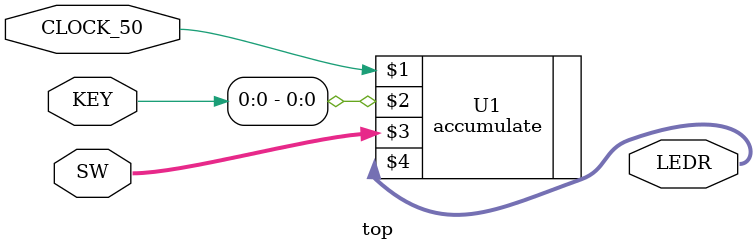
<source format=v>

`default_nettype none

module top (CLOCK_50, KEY, SW, LEDR);
    input  wire         CLOCK_50;   // DE-series 50 MHz clock signal
    input  wire [ 3: 0] KEY;        // DE-series pushbuttons
    input  wire [ 9: 0] SW;         // DE-series switches
    output wire [ 9: 0] LEDR;       // DE-series LEDs

    accumulate U1 (CLOCK_50, KEY[0], SW, LEDR);

endmodule


</source>
